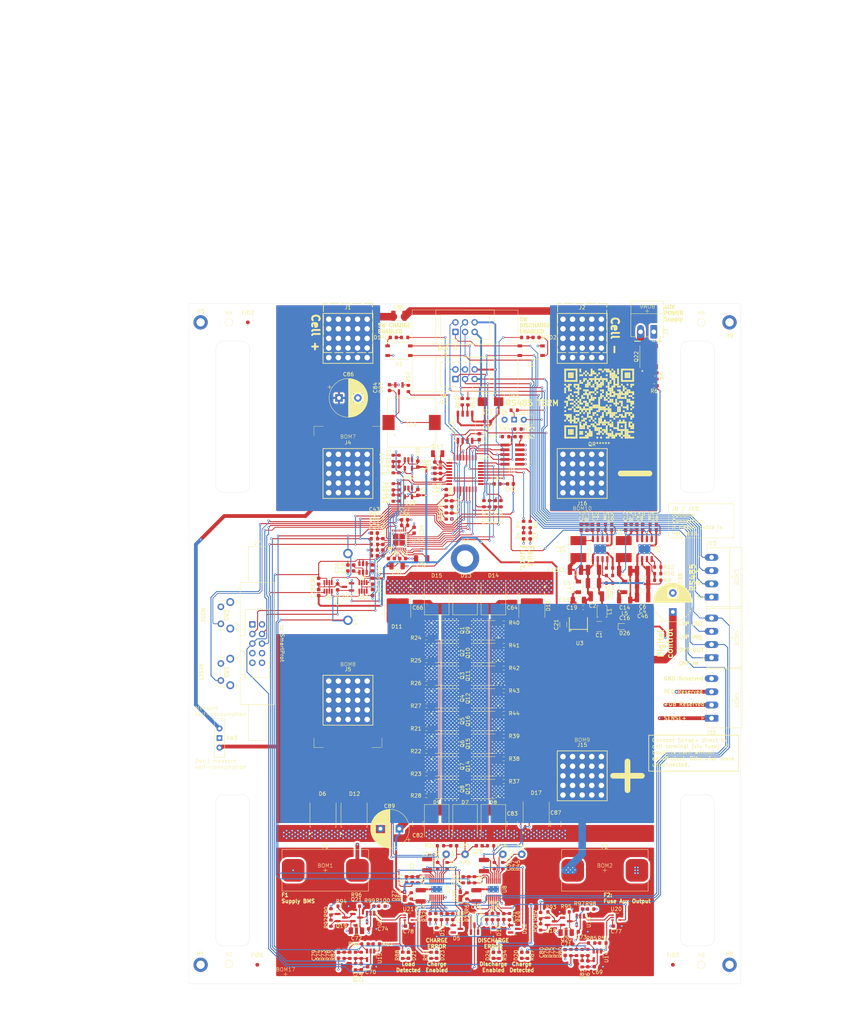
<source format=kicad_pcb>
(kicad_pcb
	(version 20241229)
	(generator "pcbnew")
	(generator_version "9.0")
	(general
		(thickness 1.74)
		(legacy_teardrops no)
	)
	(paper "A3" portrait)
	(layers
		(0 "F.Cu" signal)
		(4 "In1.Cu" signal)
		(6 "In2.Cu" signal)
		(8 "In3.Cu" signal)
		(10 "In4.Cu" signal)
		(2 "B.Cu" signal)
		(9 "F.Adhes" user "F.Adhesive")
		(11 "B.Adhes" user "B.Adhesive")
		(13 "F.Paste" user)
		(15 "B.Paste" user)
		(5 "F.SilkS" user "F.Silkscreen")
		(7 "B.SilkS" user "B.Silkscreen")
		(1 "F.Mask" user)
		(3 "B.Mask" user)
		(17 "Dwgs.User" user "User.Drawings")
		(19 "Cmts.User" user "User.Comments")
		(21 "Eco1.User" user "User.Eco1")
		(23 "Eco2.User" user "User.Eco2")
		(25 "Edge.Cuts" user)
		(27 "Margin" user)
		(31 "F.CrtYd" user "F.Courtyard")
		(29 "B.CrtYd" user "B.Courtyard")
		(35 "F.Fab" user)
		(33 "B.Fab" user)
		(39 "User.1" user)
		(41 "User.2" user "User.2 -Bemaßung")
		(43 "User.3" user "User.3 - Heatsink")
		(45 "User.4" user)
		(47 "User.5" user)
		(49 "User.6" user)
		(51 "User.7" user)
		(53 "User.8" user)
		(55 "User.9" user)
	)
	(setup
		(stackup
			(layer "F.SilkS"
				(type "Top Silk Screen")
			)
			(layer "F.Paste"
				(type "Top Solder Paste")
			)
			(layer "F.Mask"
				(type "Top Solder Mask")
				(color "Red")
				(thickness 0.01)
			)
			(layer "F.Cu"
				(type "copper")
				(thickness 0.07)
			)
			(layer "dielectric 1"
				(type "prepreg")
				(thickness 0.1)
				(material "FR4")
				(epsilon_r 4.5)
				(loss_tangent 0.02)
			)
			(layer "In1.Cu"
				(type "copper")
				(thickness 0.07)
			)
			(layer "dielectric 2"
				(type "core")
				(thickness 0.535)
				(material "FR4")
				(epsilon_r 4.5)
				(loss_tangent 0.02)
			)
			(layer "In2.Cu"
				(type "copper")
				(thickness 0.07)
			)
			(layer "dielectric 3"
				(type "prepreg")
				(thickness 0.1)
				(material "FR4")
				(epsilon_r 4.5)
				(loss_tangent 0.02)
			)
			(layer "In3.Cu"
				(type "copper")
				(thickness 0.035)
			)
			(layer "dielectric 4"
				(type "core")
				(thickness 0.535)
				(material "FR4")
				(epsilon_r 4.5)
				(loss_tangent 0.02)
			)
			(layer "In4.Cu"
				(type "copper")
				(thickness 0.035)
			)
			(layer "dielectric 5"
				(type "prepreg")
				(thickness 0.1)
				(material "FR4")
				(epsilon_r 4.5)
				(loss_tangent 0.02)
			)
			(layer "B.Cu"
				(type "copper")
				(thickness 0.07)
			)
			(layer "B.Mask"
				(type "Bottom Solder Mask")
				(thickness 0.01)
			)
			(layer "B.Paste"
				(type "Bottom Solder Paste")
			)
			(layer "B.SilkS"
				(type "Bottom Silk Screen")
			)
			(copper_finish "None")
			(dielectric_constraints no)
		)
		(pad_to_mask_clearance 0)
		(allow_soldermask_bridges_in_footprints no)
		(tenting front back)
		(aux_axis_origin 100 120)
		(grid_origin 173 120)
		(pcbplotparams
			(layerselection 0x00000000_00000000_55555555_5755f5ff)
			(plot_on_all_layers_selection 0x00000000_00000000_00000000_00000000)
			(disableapertmacros no)
			(usegerberextensions no)
			(usegerberattributes yes)
			(usegerberadvancedattributes yes)
			(creategerberjobfile yes)
			(dashed_line_dash_ratio 12.000000)
			(dashed_line_gap_ratio 3.000000)
			(svgprecision 4)
			(plotframeref no)
			(mode 1)
			(useauxorigin no)
			(hpglpennumber 1)
			(hpglpenspeed 20)
			(hpglpendiameter 15.000000)
			(pdf_front_fp_property_popups yes)
			(pdf_back_fp_property_popups yes)
			(pdf_metadata yes)
			(pdf_single_document no)
			(dxfpolygonmode yes)
			(dxfimperialunits yes)
			(dxfusepcbnewfont yes)
			(psnegative no)
			(psa4output no)
			(plot_black_and_white yes)
			(plotinvisibletext no)
			(sketchpadsonfab no)
			(plotpadnumbers no)
			(hidednponfab no)
			(sketchdnponfab yes)
			(crossoutdnponfab yes)
			(subtractmaskfromsilk no)
			(outputformat 1)
			(mirror no)
			(drillshape 1)
			(scaleselection 1)
			(outputdirectory "")
		)
	)
	(net 0 "")
	(net 1 "Net-(D1-K)")
	(net 2 "GND")
	(net 3 "Net-(D2-K)")
	(net 4 "VCC")
	(net 5 "Net-(D1-A)")
	(net 6 "BAT+CONTROLED")
	(net 7 "Net-(C10-Pad1)")
	(net 8 "5V5")
	(net 9 "Net-(U3-SS)")
	(net 10 "5V0")
	(net 11 "VREF")
	(net 12 "/ps/in")
	(net 13 "Net-(J3-2)")
	(net 14 "/greenMeter/ISENSE_FAST+")
	(net 15 "/greenMeter/ISENSE_PREZ+")
	(net 16 "/greenMeter/ISENSE_PREZ-")
	(net 17 "Net-(Q4-G)")
	(net 18 "/greenMeter/ISENSE_FAST-")
	(net 19 "Net-(Q5-G)")
	(net 20 "Net-(Q6-G)")
	(net 21 "Net-(Q7-G)")
	(net 22 "Net-(Q8-G)")
	(net 23 "Net-(U18-+IN)")
	(net 24 "Net-(D4-A)")
	(net 25 "Net-(J3-1)")
	(net 26 "/greenMeter/RS485_D")
	(net 27 "Net-(U19-+IN)")
	(net 28 "Net-(U22-CAPN)")
	(net 29 "/greenMeter/RS485_R")
	(net 30 "/greenMeter/SPI1_MOSI")
	(net 31 "/greenMeter/ADC_START")
	(net 32 "/greenMeter/SPI1_MISO")
	(net 33 "/greenMeter/ADC_DRDY")
	(net 34 "/greenMeter/ADC_RESET")
	(net 35 "/greenMeter/ADC_CS")
	(net 36 "/greenMeter/SPI1_SCK")
	(net 37 "/OVP_IN")
	(net 38 "/chargeControl/SNS+")
	(net 39 "/chargeControl/SNS-")
	(net 40 "/LVP_IN")
	(net 41 "/OVP_OUT")
	(net 42 "/LVP_OUT")
	(net 43 "Net-(Q1-G)")
	(net 44 "Net-(Q2-G)")
	(net 45 "Net-(Q3-G)")
	(net 46 "/greenMeter/CHARGE_ENABLED")
	(net 47 "/greenMeter/DISCHARGE_ENABLED")
	(net 48 "/greenMeter/AUX_EN")
	(net 49 "/greenMeter/ISENSE+")
	(net 50 "/greenMeter/ISENSE-")
	(net 51 "/greenMeter/SWCLK")
	(net 52 "/switchControl/CHG_DETECTED")
	(net 53 "Net-(U16--)")
	(net 54 "/switchControl/LOAD_DETECTED")
	(net 55 "unconnected-(J7-Pin_7-Pad7)")
	(net 56 "/greenMeter/USENSE_SHUNT_BUF")
	(net 57 "/greenMeter/USENSE+_BUF")
	(net 58 "/greenMeter/SWDIO")
	(net 59 "/CHARGE_CONTROL")
	(net 60 "Net-(Q22-G)")
	(net 61 "Net-(U12-PA10{slash}NC)")
	(net 62 "Net-(Q13-G)")
	(net 63 "Net-(Q14-G)")
	(net 64 "Net-(Q15-G)")
	(net 65 "Net-(Q16-G)")
	(net 66 "/BUS_+5V")
	(net 67 "Net-(U4-VIN)")
	(net 68 "Net-(U4-BST)")
	(net 69 "Net-(U4-SW)")
	(net 70 "Net-(U5-SW)")
	(net 71 "Net-(U5-BST)")
	(net 72 "Net-(C11-Pad1)")
	(net 73 "Net-(U4-FB)")
	(net 74 "Net-(U5-FB)")
	(net 75 "Net-(C11-Pad2)")
	(net 76 "Net-(C12-Pad2)")
	(net 77 "Net-(U6-FILTER)")
	(net 78 "Net-(U7-SNS-)")
	(net 79 "Net-(C23-Pad1)")
	(net 80 "Net-(U7-TIMER)")
	(net 81 "Net-(U8-SNS-)")
	(net 82 "Net-(U8-TIMER)")
	(net 83 "Net-(U22-CAPP)")
	(net 84 "Net-(U12-PC14)")
	(net 85 "Net-(U12-PC15)")
	(net 86 "Net-(U12-PC6)")
	(net 87 "Net-(Q20-C)")
	(net 88 "Net-(Q21-C)")
	(net 89 "Net-(D2-A)")
	(net 90 "Net-(D3-A)")
	(net 91 "/BUS_GND")
	(net 92 "/BUS_B")
	(net 93 "Net-(D10-K)")
	(net 94 "Net-(D16-K)")
	(net 95 "Net-(D20-A)")
	(net 96 "Net-(D21-A)")
	(net 97 "/BUS_A")
	(net 98 "/chargeControl/vcc_int")
	(net 99 "/dischargeControl/vcc_int")
	(net 100 "unconnected-(D5-NC-Pad2)")
	(net 101 "unconnected-(D22-NC-Pad2)")
	(net 102 "Net-(Q9-G)")
	(net 103 "Net-(Q10-G)")
	(net 104 "Net-(Q11-G)")
	(net 105 "Net-(Q12-G)")
	(net 106 "Net-(U4-EN{slash}UVLO)")
	(net 107 "Net-(U5-EN{slash}UVLO)")
	(net 108 "Net-(U4-RON)")
	(net 109 "Net-(U5-RON)")
	(net 110 "Net-(U7-TGDN)")
	(net 111 "Net-(U7-ISET)")
	(net 112 "Net-(U7-TGUP)")
	(net 113 "Net-(U7-VCCUV)")
	(net 114 "Net-(U8-TGDN)")
	(net 115 "Net-(U8-ISET)")
	(net 116 "Net-(U8-TGUP)")
	(net 117 "Net-(U8-VCCUV)")
	(net 118 "Net-(U15-+)")
	(net 119 "Net-(U14-+)")
	(net 120 "Net-(U14--)")
	(net 121 "Net-(Q18-B)")
	(net 122 "Net-(Q19-B)")
	(net 123 "Net-(Q18-C)")
	(net 124 "Net-(Q19-C)")
	(net 125 "Net-(U17--)")
	(net 126 "Net-(U7-IMON)")
	(net 127 "Net-(U8-IMON)")
	(net 128 "Net-(U11-V_{OUT})")
	(net 129 "Net-(U16-Pad1)")
	(net 130 "Net-(U17-Pad1)")
	(net 131 "/LOAD_CONTROL")
	(net 132 "/chargeControl/SWITCH_OUT")
	(net 133 "/chargeControl/SWITCH_IN")
	(net 134 "/chargeControl/BST")
	(net 135 "/dischargeControl/BST")
	(net 136 "/U_SENSE+")
	(net 137 "/greenMeter/LVP_SENSE_DIV")
	(net 138 "/greenMeter/OVP_SENSE_DIV")
	(net 139 "Net-(D23-A)")
	(net 140 "Net-(D24-A)")
	(net 141 "/B+Terminal")
	(net 142 "Net-(SW3-B)")
	(net 143 "Net-(BZ1--)")
	(net 144 "/greenMeter/Buzzer")
	(net 145 "/chargeControl/~{Fault}")
	(net 146 "R2{slash}COM")
	(net 147 "Net-(Q23-B)")
	(net 148 "/dischargeControl/~{Fault}")
	(net 149 "Net-(U15--)")
	(net 150 "Net-(U22-REFOUT)")
	(net 151 "Net-(U22-BYPASS)")
	(net 152 "Net-(U13-A)")
	(net 153 "Net-(U13-B)")
	(net 154 "unconnected-(U22-NC-7-Pad25)")
	(net 155 "unconnected-(U22-NC-6-Pad24)")
	(net 156 "unconnected-(U22-NC-8-Pad26)")
	(net 157 "unconnected-(U22-NC-3-Pad21)")
	(net 158 "unconnected-(U22-NC-4-Pad22)")
	(net 159 "unconnected-(U22-NC-9-Pad27)")
	(net 160 "unconnected-(U22-NC-2-Pad20)")
	(net 161 "unconnected-(U22-NC-1-Pad19)")
	(net 162 "unconnected-(U22-NC-5-Pad23)")
	(net 163 "Net-(C28-Pad1)")
	(net 164 "unconnected-(H1-Pad1)")
	(net 165 "unconnected-(H3-Pad1)")
	(net 166 "unconnected-(H5-Pad1)")
	(net 167 "unconnected-(H9-Pad1)")
	(net 168 "Net-(R55-Pad2)")
	(net 169 "Net-(R62-Pad2)")
	(net 170 "~{OC_FAULT}")
	(net 171 "Net-(SW4-B)")
	(net 172 "unconnected-(SW4-A-Pad3)")
	(net 173 "Net-(D26-K)")
	(net 174 "Net-(D27-K)")
	(net 175 "Net-(D28-K)")
	(net 176 "/p_good")
	(net 177 "Net-(U7-VIN)")
	(net 178 "Net-(U8-VIN)")
	(net 179 "unconnected-(H7-Pad1)")
	(footprint "Connector_Pin:Pin_D1.0mm_L10.0mm" (layer "F.Cu") (at 168 265.75))
	(footprint "Resistor_SMD:R_0603_1608Metric" (layer "F.Cu") (at 195.75 281 180))
	(footprint "Connector_PinHeader_1.27mm:PinHeader_2x05_P1.27mm_Vertical_SMD" (layer "F.Cu") (at 185.5 160 180))
	(footprint "Capacitor_SMD:C_1210_3225Metric" (layer "F.Cu") (at 163 268.525 -90))
	(footprint "Resistor_SMD:R_0603_1608Metric" (layer "F.Cu") (at 145.5 292.5 90))
	(footprint "Resistor_SMD:R_0603_1608Metric" (layer "F.Cu") (at 155.5 168.5 -90))
	(footprint "Resistor_SMD:R_0603_1608Metric" (layer "F.Cu") (at 168 173 90))
	(footprint "Resistor_SMD:R_0603_1608Metric" (layer "F.Cu") (at 203.25 280.25))
	(footprint "Capacitor_SMD:C_0603_1608Metric" (layer "F.Cu") (at 168 170 -90))
	(footprint "Resistor_SMD:R_0603_1608Metric" (layer "F.Cu") (at 223.045 141.79))
	(footprint "Resistor_SMD:R_0603_1608Metric" (layer "F.Cu") (at 183.25 246.5 180))
	(footprint "myConnector:IDC-Header_2x05_P2.54mm_Latch9.5mm_Vertical" (layer "F.Cu") (at 116.71 204.92))
	(footprint "Capacitor_SMD:C_0603_1608Metric" (layer "F.Cu") (at 165 162.75 90))
	(footprint "Resistor_SMD:R_0603_1608Metric" (layer "F.Cu") (at 149 182.25))
	(footprint "Package_TO_SOT_SMD:TO-252-2" (layer "F.Cu") (at 190.6775 200 -90))
	(footprint "Capacitor_SMD:C_0603_1608Metric" (layer "F.Cu") (at 153.5 187.5))
	(footprint "Resistor_SMD:R_0603_1608Metric" (layer "F.Cu") (at 144 295.5 90))
	(footprint "Capacitor_SMD:C_0603_1608Metric" (layer "F.Cu") (at 179 151.25 180))
	(footprint "Package_SO:SOIC-8_5.3x5.3mm_P1.27mm" (layer "F.Cu") (at 173 152.75 90))
	(footprint "Resistor_SMD:R_0603_1608Metric" (layer "F.Cu") (at 182.5 173 90))
	(footprint "LED_SMD:LED_0603_1608Metric" (layer "F.Cu") (at 180.5 286 -90))
	(footprint "Resistor_SMD:R_0603_1608Metric" (layer "F.Cu") (at 199.75 281))
	(footprint "Capacitor_SMD:C_0603_1608Metric" (layer "F.Cu") (at 149 186.75 180))
	(footprint "Package_SO:PowerPAK_SO-8_Single" (layer "F.Cu") (at 168 242.5))
	(footprint "Capacitor_SMD:C_0603_1608Metric" (layer "F.Cu") (at 213 284.75 180))
	(footprint "LED_SMD:LED_0603_1608Metric" (layer "F.Cu") (at 180.5 292.5 -90))
	(footprint "myDiode:SODFL2512X73N" (layer "F.Cu") (at 215.25 205.5))
	(footprint "Package_TO_SOT_SMD:SOT-23"
		(layer "F.Cu")
		(uuid "1db93de7-e106-4232-a8bc-110e2601a165")
		(at 199.75 283.5)
		(descr "SOT, 3 Pin (JEDEC TO-236 Var AB https://www.jedec.org/document_search?search_api_views_fulltext=TO-236), generated with kicad-footprint-generator ipc_gullwing_generator.py")
		(tags "SOT TO_SOT_SMD")
		(property "Reference" "Q20"
			(at 0 4.75 0)
			(layer "F.SilkS")
			(uuid "9e757231-4a92-48bb-9ce8-a4d04b3a5e14")
			(effects
				(font
					(size 1 1)
					(thickness 0.15)
				)
			)
		)
		(property "Value" "BC846B"
			(at 0 2.4 0)
			(layer "F.Fab")
			(uuid "a4d22237-ecef-4654-86c0-7cc57cbf39c6")
			(effects
				(font
					(size 1 1)
					(thickness 0.15)
				)
			)
		)
		(property "Datasheet" ""
			(at 0 0 0)
			(layer "F.Fab")
			(hide yes)
			(uuid "0a52ec5e-923e-4e92-8669-f414c2e08186")
			(effects
				(font
					(size 1.27 1.27)
					(thickness 0.15)
				)
			)
		)
		(property "Description" "NPN transistor, base/emitter/collector"
			(at 0 0 0)
			(layer "F.Fab")
			(hide yes)
			(uuid "e92b4a16-4ac4-4cba-bd25-e917e0c75c10")
			(effects
				(font
					(size 1.27 1.27)
					(thickness 0.15)
				)
			)
		)
		(property "ECS Art#" "T045"
			(at 0 0 0)
			(unlocked yes)
			(layer "F.Fab")
			(hide yes)
			(uuid "c532a187-4e71-482a-83fb-1eebfe5e59c6")
			(effects
				(font
					(size 1 1)
					(thickness 0.15)
				)
			)
		)
		(property "HAN" "BC846B"
			(at 0 0 0)
			(unlocked yes)
			(layer "F.Fab")
			(hide yes)
			(uuid "6405eb2f-5274-4197-a0a0-b14c97b9db5e")
			(effects
				(font
					(size 1 1)
					(thickness 0.15)
				)
			)
		)
		(property "Voltage" ""
			(at 0 0 0)
			(unlocked yes)
			(layer "F.Fab")
			(hide yes)
			(uuid "889b99bf-e452-461b-8749-38e214b87f15")
			(effects
				(font
					(size 1 1)
					(thickness 0.15)
				)
			)
		)
		(property "Toleranz" ""
			(at 0 0 0)
			(unlocked yes)
			(layer "F.Fab")
			(hide yes)
			(uuid "94e51adb-a283-4844-a109-d3fa224ff458")
			(effects
				(font
					(size 1 1)
					(thickness 0.15)
				)
			)
		)
		(property "Hersteller" "TSC"
			(at 0 0 0)
			(unlocked yes)
			(layer "F.Fab")
			(hide yes)
			(uuid "5e5d7d0e-c671-4942-9ad6-1dee9d172160")
			(effects
				(font
					(size 1 1)
					(thickness 0.15)
				)
			)
		)
		(property "Field-1" ""
			(at 0 0 0)
			(unlocked yes)
			(layer "F.Fab")
			(hide yes)
			(uuid "31190a9a-ae0c-4627-b47c-2c6803313303")
			(effects
				(font
					(size 1 1)
					(thickness 0.15)
				)
			)
		)
		(property "Sim.Device" ""
			(at 0 0 0)
			(unlocked yes)
			(layer "F.Fab")
			(hide yes)
			(uuid "9e286e7b-21fc-4f61-9d6c-aa233cb7d2be")
			(effects
				(font
					(size 1 1)
					(thickness 0.15)
				)
			)
		)
		(property "Sim.Pins" ""
			(at 0 0 0)
			(unlocked yes)
			(layer "F.Fab")
			(hide yes)
			(uuid "23dbbab5-d61b-459e-b820-911e0f37731f")
			(effects
				(font
					(size 1 1)
					(thickness 0.15)
				)
			)
		)
		(path "/81d06683-0ac5-4428-9aba-04cf8d65750e/352163b4-5867-46ae-bbb6-c33e4a634093")
		(sheetname "/switchControl/")
		(sheetfile "switch_control.kicad_sch")
		(attr smd)
		(fp_line
			(start 0 -1.56)
			(end -0.65 -1.56)
			(stroke
				(width 0.12)
				(type solid)
			)
			(layer "F.SilkS")
			(uuid "5145445e-088f-4815-ac4a-8b93f8111c34")
		)
		(fp_line
			(start 0 -1.56)
			(end 0.65 -1.56)
			(stroke
				(width 0.12)
				(type solid)
			)
			(layer "F.SilkS")
			(uuid "5d530dec-2a75-4c3f-ae2a-79315d1987da")
		)
		(fp_line
			(start 0 1.56)
			(end -0.65 1.56)
			(stroke
				(width 0.12)
				(type solid)
			)
			(layer "F.SilkS")
			(uuid "ee21e81b-5be8-41ef-8d70-e1d46197e981")
		)
		(fp_line
			(start 0 1.56)
			(end 0.65 1.56)
			(stroke
				(width 0.12)
				(type solid)
			)
			(layer "F.SilkS")
			(uuid "4711969c-905f-481f-81a2-c2996f4d6bc0")
		)
		(fp_poly
			(pts
				(xy -1.1625 -1.51) (xy -1.4025 -1.84) (xy -0.9225 -1.84) (xy -1.1625 -1.51)
			)
			(stroke
				(width 0.12)
				(type solid)
			)
			(fill yes)
			(layer "F.SilkS")
			(uuid "1ee5b765-624f-4db3-a190-e60526aa031f")
		)
		(fp_line
			(start -1.92 -1.7)
			(end -1.92 1.7)
			(stroke
				(width 0.05)
				(type solid)
			)
			(layer "F.CrtYd")
			(uuid "662fcda6-c9f8-4231-8ab5-8da4d4cadff8")
		)
		(fp_line
			(start -1.92 1.7)
			(end 1.92 1.7)
			(stroke
				(width 0.05)
				(type solid)
			)
			(layer "F.CrtYd")
			(uuid "165e0ff6-4d3e-4b20-80a2-c35776f391b1")
		)
		(fp_line
			(start 1.92 -1.7)
			(end -1.92 -1.7)
			(stroke
				(width 0.05)
				(type solid)
			)
			(layer "F.CrtYd")
			(uuid "e701a8da-d7de-4f58-9468-03cbe44b289d")
		)
		(fp_line
			(start 1.92 1.7)
			(end 1.92 -1.7)
			(stroke
				(width 0.05)
				(type solid)
			)
			(layer "F.CrtYd")
			(uuid "266d97eb-26ec-4810-b9bd-d8c25c6c7919")
		)
		(fp_line
			(start -0.65 -1.125)
			(end -0.325 -1.45)
			(stroke
				(width 0.1)
				(type solid)
			)
			(layer "F.Fab")
			(uuid "3db1e804-966e-4b62-a5c1-21aad1dfaa85")
		)
		(fp_line
			(start -0.65 1.45)
			(end -0.65 -1.125)
			(stroke
				(width 0.1)
				(type solid)
			)
			(layer "F.Fab")
			(uuid "40e709e6-942a-479f-8d4e-4b8dd01e7eca")
		)
		(fp_line
			(start -0.325 -1.45)
			(end 0.65 -1.45)
			(stroke
				(width 0.1)
				(type solid)
			)
			(layer "F.Fab")
			(uuid "2c4f08c3-3c42-49b8-88a0-6fa6b9a4e70f")
		)
		(fp_line
			(start 0.65 -1.45)
			(end 0.65 1.45)
			(stroke
				(width 0.1)
				(type solid)
			)
			(layer "F.Fab")
			(uuid "a04d5a03-6274-4cd2-b4f4-1b3ab2d093be")
		)
		(fp_line
			(start 0.65 1.45)
			(end -0.65 1.45)
			(stroke
				(width 0.1)
				(type solid)
			)
			(layer "F.Fab")
			(uuid "edc9efd7-e452-4c92-8411-0d2d6d95709d")
		)
		(fp_text user "${REFERENCE}"
			(at 0 0 0)
			(layer "F.Fab")
			(uuid "a1efd3bb-6e6f-4735-b56d-7bf32b021b5f")
			(effects
				(font
					(size 0.32 0.32)
					(thickness 0.05)
				)
			)
		)
		(pad "1" smd roundrect
			(at -0.9375 -0.95)
			(size 1.475 0.6)
			(layers "F.Cu" "F.Mask" "F.Paste")
			(roundrect_rratio 0.25)
			(net 123 "Net-(Q18-C)")
			(pinfunction "B")
			(pintype "input")
			(uuid "d30beea5-2dea-4280-a4e0-d469650898a8")
		)
		(pad "2" smd roundrect
			(at -0.9375 0.95)
			(size 1.475 0.6)
			(layers "F.Cu" "F.Mask" "F.Paste")
			(roundrect_rratio 0.25
... [4026038 chars truncated]
</source>
